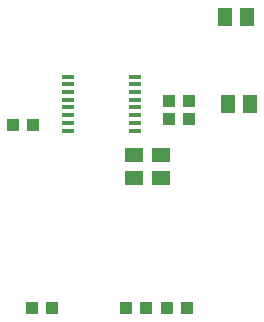
<source format=gtp>
%FSDAX23Y23*%
%MOIN*%
%SFA1B1*%

%IPPOS*%
%ADD10R,0.059100X0.051200*%
%ADD11R,0.043300X0.039400*%
%ADD12R,0.051200X0.059100*%
%ADD13R,0.039400X0.013800*%
%LNsensor_pcb-1*%
%LPD*%
G54D10*
X03170Y02917D03*
Y02842D03*
X03260Y02917D03*
Y02842D03*
G54D11*
X03209Y02407D03*
X03142D03*
X03348D03*
X03281D03*
X02829D03*
X02896D03*
X02766Y03020D03*
X02833D03*
X03353Y03040D03*
X03286D03*
X03353Y03100D03*
X03286D03*
G54D12*
X03472Y03380D03*
X03547D03*
X03482Y03090D03*
X03557D03*
G54D13*
X03174Y03000D03*
Y03026D03*
Y03052D03*
Y03077D03*
Y03103D03*
Y03128D03*
Y03154D03*
Y03180D03*
X02950Y03000D03*
Y03026D03*
Y03052D03*
Y03077D03*
Y03103D03*
Y03128D03*
Y03154D03*
Y03180D03*
M02*
</source>
